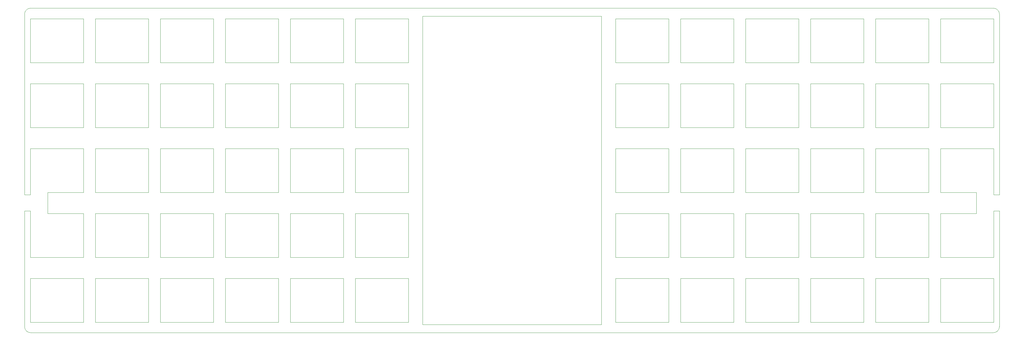
<source format=gm1>
%TF.GenerationSoftware,KiCad,Pcbnew,(6.0.0-0)*%
%TF.CreationDate,2022-01-30T09:04:34+01:00*%
%TF.ProjectId,lumberjack-alps-full,6c756d62-6572-46a6-9163-6b2d616c7073,rev?*%
%TF.SameCoordinates,Original*%
%TF.FileFunction,Profile,NP*%
%FSLAX46Y46*%
G04 Gerber Fmt 4.6, Leading zero omitted, Abs format (unit mm)*
G04 Created by KiCad (PCBNEW (6.0.0-0)) date 2022-01-30 09:04:34*
%MOMM*%
%LPD*%
G01*
G04 APERTURE LIST*
%TA.AperFunction,Profile*%
%ADD10C,0.100000*%
%TD*%
G04 APERTURE END LIST*
D10*
X63697976Y-93821644D02*
X48100723Y-93821644D01*
X67150803Y-119063000D02*
X82748056Y-119063000D01*
X-9049517Y-94535670D02*
X-9049517Y-80962840D01*
X101798136Y-112871724D02*
X86200883Y-112871724D01*
X101798136Y-131921804D02*
X86200883Y-131921804D01*
X44647896Y-74771564D02*
X29050643Y-74771564D01*
X-9049517Y-42862680D02*
X6547736Y-42862680D01*
X6547736Y-80962840D02*
X6547736Y-93821644D01*
X67150803Y-93821644D02*
X67150803Y-80962840D01*
X63697976Y-55721484D02*
X48100723Y-55721484D01*
X48100723Y-93821644D02*
X48100723Y-80962840D01*
X86200883Y-55721484D02*
X86200883Y-42862680D01*
X6547736Y-100012920D02*
X6547736Y-112871724D01*
X25597816Y-112871724D02*
X10000563Y-112871724D01*
X29050643Y-55721484D02*
X29050643Y-42862680D01*
X86200883Y-61912760D02*
X101798136Y-61912760D01*
X86200883Y-74771564D02*
X86200883Y-61912760D01*
X44647896Y-112871724D02*
X29050643Y-112871724D01*
X67150803Y-55721484D02*
X67150803Y-42862680D01*
X29050643Y-80962840D02*
X44647896Y-80962840D01*
X63697976Y-80962840D02*
X63697976Y-93821644D01*
X6547736Y-131921804D02*
X-9049517Y-131921804D01*
X67150803Y-42862680D02*
X82748056Y-42862680D01*
X10000563Y-80962840D02*
X25597816Y-80962840D01*
X25597816Y-131921804D02*
X10000563Y-131921804D01*
X44647896Y-42862680D02*
X44647896Y-55721484D01*
X101798136Y-93821644D02*
X86200883Y-93821644D01*
X63697976Y-74771564D02*
X48100723Y-74771564D01*
X82748056Y-119063000D02*
X82748056Y-131921804D01*
X-9049517Y-131921804D02*
X-9049517Y-119063000D01*
X86200883Y-80962840D02*
X101798136Y-80962840D01*
X10000563Y-61912760D02*
X25597816Y-61912760D01*
X63697976Y-61912760D02*
X63697976Y-74771564D01*
X25597816Y-74771564D02*
X10000563Y-74771564D01*
X48100723Y-100012920D02*
X63697976Y-100012920D01*
X10000563Y-93821644D02*
X10000563Y-80962840D01*
X29050643Y-61912760D02*
X44647896Y-61912760D01*
X86200883Y-93821644D02*
X86200883Y-80962840D01*
X6547736Y-112871724D02*
X-9049517Y-112871724D01*
X48100723Y-55721484D02*
X48100723Y-42862680D01*
X63697976Y-119063000D02*
X63697976Y-131921804D01*
X-9049517Y-119063000D02*
X6547736Y-119063000D01*
X29050643Y-119063000D02*
X44647896Y-119063000D01*
X-9049517Y-80962840D02*
X6547736Y-80962840D01*
X29050643Y-131921804D02*
X29050643Y-119063000D01*
X67150803Y-74771564D02*
X67150803Y-61912760D01*
X86200883Y-119063000D02*
X101798136Y-119063000D01*
X48100723Y-80962840D02*
X63697976Y-80962840D01*
X67150803Y-61912760D02*
X82748056Y-61912760D01*
X101798136Y-55721484D02*
X86200883Y-55721484D01*
X25597816Y-42862680D02*
X25597816Y-55721484D01*
X10000563Y-55721484D02*
X10000563Y-42862680D01*
X82748056Y-74771564D02*
X67150803Y-74771564D01*
X-10715671Y-99298174D02*
X-9049517Y-99298174D01*
X10000563Y-100012920D02*
X25597816Y-100012920D01*
X101798136Y-74771564D02*
X86200883Y-74771564D01*
X48100723Y-42862680D02*
X63697976Y-42862680D01*
X-9049517Y-55721484D02*
X-9049517Y-42862680D01*
X6547736Y-74771564D02*
X-9049517Y-74771564D01*
X63697976Y-100012920D02*
X63697976Y-112871724D01*
X25597816Y-119063000D02*
X25597816Y-131921804D01*
X63697976Y-112871724D02*
X48100723Y-112871724D01*
X101798136Y-61912760D02*
X101798136Y-74771564D01*
X101798136Y-80962840D02*
X101798136Y-93821644D01*
X67150803Y-100012920D02*
X82748056Y-100012920D01*
X101798136Y-100012920D02*
X101798136Y-112871724D01*
X48100723Y-112871724D02*
X48100723Y-100012920D01*
X6547736Y-119063000D02*
X6547736Y-131921804D01*
X82748056Y-112871724D02*
X67150803Y-112871724D01*
X82748056Y-55721484D02*
X67150803Y-55721484D01*
X6547736Y-93821644D02*
X-3929808Y-93821644D01*
X6547736Y-61912760D02*
X6547736Y-74771564D01*
X6547736Y-55721484D02*
X-9049517Y-55721484D01*
X82748056Y-42862680D02*
X82748056Y-55721484D01*
X82748056Y-93821644D02*
X67150803Y-93821644D01*
X82748056Y-80962840D02*
X82748056Y-93821644D01*
X44647896Y-80962840D02*
X44647896Y-93821644D01*
X25597816Y-80962840D02*
X25597816Y-93821644D01*
X10000563Y-119063000D02*
X25597816Y-119063000D01*
X29050643Y-93821644D02*
X29050643Y-80962840D01*
X63697976Y-131921804D02*
X48100723Y-131921804D01*
X48100723Y-119063000D02*
X63697976Y-119063000D01*
X25597816Y-61912760D02*
X25597816Y-74771564D01*
X44647896Y-61912760D02*
X44647896Y-74771564D01*
X44647896Y-119063000D02*
X44647896Y-131921804D01*
X-3929808Y-100012920D02*
X6547736Y-100012920D01*
X29050643Y-74771564D02*
X29050643Y-61912760D01*
X44647896Y-100012920D02*
X44647896Y-112871724D01*
X29050643Y-100012920D02*
X44647896Y-100012920D01*
X101798136Y-119063000D02*
X101798136Y-131921804D01*
X48100723Y-131921804D02*
X48100723Y-119063000D01*
X-9049517Y-112871724D02*
X-9049517Y-99298174D01*
X82748056Y-61912760D02*
X82748056Y-74771564D01*
X86200883Y-100012920D02*
X101798136Y-100012920D01*
X48100723Y-61912760D02*
X63697976Y-61912760D01*
X48100723Y-74771564D02*
X48100723Y-61912760D01*
X67150803Y-131921804D02*
X67150803Y-119063000D01*
X-9049517Y-61912760D02*
X6547736Y-61912760D01*
X10000563Y-74771564D02*
X10000563Y-61912760D01*
X-10715671Y-94535670D02*
X-9049517Y-94535670D01*
X10000563Y-42862680D02*
X25597816Y-42862680D01*
X86200883Y-112871724D02*
X86200883Y-100012920D01*
X67150803Y-80962840D02*
X82748056Y-80962840D01*
X-9049517Y-74771564D02*
X-9049517Y-61912760D01*
X-3929808Y-100012920D02*
X-3929808Y-93821644D01*
X25597816Y-55721484D02*
X10000563Y-55721484D01*
X44647896Y-55721484D02*
X29050643Y-55721484D01*
X25597816Y-93821644D02*
X10000563Y-93821644D01*
X10000563Y-112871724D02*
X10000563Y-100012920D01*
X44647896Y-131921804D02*
X29050643Y-131921804D01*
X63697976Y-42862680D02*
X63697976Y-55721484D01*
X86200883Y-131921804D02*
X86200883Y-119063000D01*
X29050643Y-42862680D02*
X44647896Y-42862680D01*
X29050643Y-112871724D02*
X29050643Y-100012920D01*
X25597816Y-100012920D02*
X25597816Y-112871724D01*
X44647896Y-93821644D02*
X29050643Y-93821644D01*
X10000563Y-131921804D02*
X10000563Y-119063000D01*
X82748056Y-100012920D02*
X82748056Y-112871724D01*
X67150803Y-112871724D02*
X67150803Y-100012920D01*
X6547736Y-42862680D02*
X6547736Y-55721484D01*
X82748056Y-131921804D02*
X67150803Y-131921804D01*
X86200883Y-42862680D02*
X101798136Y-42862680D01*
X101798136Y-42862680D02*
X101798136Y-55721484D01*
X216218408Y-93821644D02*
X200621155Y-93821644D01*
X181571075Y-119063000D02*
X197168328Y-119063000D01*
X273368648Y-80962840D02*
X273368648Y-94535670D01*
X178118248Y-112871724D02*
X162520995Y-112871724D01*
X178118248Y-131921804D02*
X162520995Y-131921804D01*
X235268488Y-74771564D02*
X219671235Y-74771564D01*
X257771395Y-42862680D02*
X273368648Y-42862680D01*
X257771395Y-93821644D02*
X257771395Y-80962840D01*
X197168328Y-80962840D02*
X197168328Y-93821644D01*
X216218408Y-55721484D02*
X200621155Y-55721484D01*
X216218408Y-80962840D02*
X216218408Y-93821644D01*
X178118248Y-42862680D02*
X178118248Y-55721484D01*
X257771395Y-112871724D02*
X257771395Y-100012920D01*
X254318568Y-112871724D02*
X238721315Y-112871724D01*
X235268488Y-42862680D02*
X235268488Y-55721484D01*
X162520995Y-61912760D02*
X178118248Y-61912760D01*
X178118248Y-61912760D02*
X178118248Y-74771564D01*
X235268488Y-112871724D02*
X219671235Y-112871724D01*
X197168328Y-42862680D02*
X197168328Y-55721484D01*
X219671235Y-80962840D02*
X235268488Y-80962840D01*
X200621155Y-93821644D02*
X200621155Y-80962840D01*
X273368648Y-131921804D02*
X257771395Y-131921804D01*
X181571075Y-42862680D02*
X197168328Y-42862680D01*
X238721315Y-80962840D02*
X254318568Y-80962840D01*
X254318568Y-131921804D02*
X238721315Y-131921804D01*
X219671235Y-55721484D02*
X219671235Y-42862680D01*
X178118248Y-93821644D02*
X162520995Y-93821644D01*
X216218408Y-74771564D02*
X200621155Y-74771564D01*
X181571075Y-131921804D02*
X181571075Y-119063000D01*
X273368648Y-119063000D02*
X273368648Y-131921804D01*
X162520995Y-80962840D02*
X178118248Y-80962840D01*
X238721315Y-61912760D02*
X254318568Y-61912760D01*
X200621155Y-74771564D02*
X200621155Y-61912760D01*
X254318568Y-74771564D02*
X238721315Y-74771564D01*
X200621155Y-100012920D02*
X216218408Y-100012920D01*
X254318568Y-80962840D02*
X254318568Y-93821644D01*
X219671235Y-61912760D02*
X235268488Y-61912760D01*
X178118248Y-80962840D02*
X178118248Y-93821644D01*
X273368648Y-112871724D02*
X257771395Y-112871724D01*
X216218408Y-42862680D02*
X216218408Y-55721484D01*
X200621155Y-131921804D02*
X200621155Y-119063000D01*
X257771395Y-119063000D02*
X273368648Y-119063000D01*
X219671235Y-119063000D02*
X235268488Y-119063000D01*
X257771395Y-80962840D02*
X273368648Y-80962840D01*
X235268488Y-119063000D02*
X235268488Y-131921804D01*
X197168328Y-61912760D02*
X197168328Y-74771564D01*
X162520995Y-119063000D02*
X178118248Y-119063000D01*
X200621155Y-80962840D02*
X216218408Y-80962840D01*
X181571075Y-61912760D02*
X197168328Y-61912760D01*
X178118248Y-55721484D02*
X162520995Y-55721484D01*
X238721315Y-55721484D02*
X238721315Y-42862680D01*
X254318568Y-42862680D02*
X254318568Y-55721484D01*
X197168328Y-74771564D02*
X181571075Y-74771564D01*
X273368648Y-99298174D02*
X275034802Y-99298174D01*
X238721315Y-100012920D02*
X254318568Y-100012920D01*
X178118248Y-74771564D02*
X162520995Y-74771564D01*
X200621155Y-42862680D02*
X216218408Y-42862680D01*
X273368648Y-42862680D02*
X273368648Y-55721484D01*
X273368648Y-74771564D02*
X257771395Y-74771564D01*
X200621155Y-112871724D02*
X200621155Y-100012920D01*
X238721315Y-131921804D02*
X238721315Y-119063000D01*
X216218408Y-112871724D02*
X200621155Y-112871724D01*
X162520995Y-74771564D02*
X162520995Y-61912760D01*
X162520995Y-93821644D02*
X162520995Y-80962840D01*
X181571075Y-100012920D02*
X197168328Y-100012920D01*
X162520995Y-112871724D02*
X162520995Y-100012920D01*
X216218408Y-100012920D02*
X216218408Y-112871724D01*
X257771395Y-131921804D02*
X257771395Y-119063000D01*
X197168328Y-112871724D02*
X181571075Y-112871724D01*
X197168328Y-55721484D02*
X181571075Y-55721484D01*
X268248939Y-93821644D02*
X257771395Y-93821644D01*
X257771395Y-74771564D02*
X257771395Y-61912760D01*
X273368648Y-55721484D02*
X257771395Y-55721484D01*
X181571075Y-55721484D02*
X181571075Y-42862680D01*
X197168328Y-93821644D02*
X181571075Y-93821644D01*
X181571075Y-93821644D02*
X181571075Y-80962840D01*
X219671235Y-93821644D02*
X219671235Y-80962840D01*
X238721315Y-93821644D02*
X238721315Y-80962840D01*
X238721315Y-119063000D02*
X254318568Y-119063000D01*
X235268488Y-80962840D02*
X235268488Y-93821644D01*
X216218408Y-131921804D02*
X200621155Y-131921804D01*
X200621155Y-119063000D02*
X216218408Y-119063000D01*
X238721315Y-74771564D02*
X238721315Y-61912760D01*
X219671235Y-74771564D02*
X219671235Y-61912760D01*
X219671235Y-131921804D02*
X219671235Y-119063000D01*
X257771395Y-100012920D02*
X268248939Y-100012920D01*
X235268488Y-61912760D02*
X235268488Y-74771564D01*
X219671235Y-112871724D02*
X219671235Y-100012920D01*
X219671235Y-100012920D02*
X235268488Y-100012920D01*
X162520995Y-131921804D02*
X162520995Y-119063000D01*
X216218408Y-119063000D02*
X216218408Y-131921804D01*
X273368648Y-99298174D02*
X273368648Y-112871724D01*
X181571075Y-74771564D02*
X181571075Y-61912760D01*
X162520995Y-100012920D02*
X178118248Y-100012920D01*
X200621155Y-61912760D02*
X216218408Y-61912760D01*
X216218408Y-61912760D02*
X216218408Y-74771564D01*
X197168328Y-119063000D02*
X197168328Y-131921804D01*
X257771395Y-61912760D02*
X273368648Y-61912760D01*
X254318568Y-61912760D02*
X254318568Y-74771564D01*
X273368648Y-94535670D02*
X275034802Y-94535670D01*
X238721315Y-42862680D02*
X254318568Y-42862680D01*
X178118248Y-100012920D02*
X178118248Y-112871724D01*
X181571075Y-80962840D02*
X197168328Y-80962840D01*
X273368648Y-61912760D02*
X273368648Y-74771564D01*
X268248939Y-93821644D02*
X268248939Y-100012920D01*
X254318568Y-55721484D02*
X238721315Y-55721484D01*
X235268488Y-55721484D02*
X219671235Y-55721484D01*
X254318568Y-93821644D02*
X238721315Y-93821644D01*
X254318568Y-100012920D02*
X254318568Y-112871724D01*
X235268488Y-131921804D02*
X219671235Y-131921804D01*
X200621155Y-55721484D02*
X200621155Y-42862680D01*
X178118248Y-119063000D02*
X178118248Y-131921804D01*
X219671235Y-42862680D02*
X235268488Y-42862680D01*
X235268488Y-100012920D02*
X235268488Y-112871724D01*
X238721315Y-112871724D02*
X238721315Y-100012920D01*
X235268488Y-93821644D02*
X219671235Y-93821644D01*
X254318568Y-119063000D02*
X254318568Y-131921804D01*
X181571075Y-112871724D02*
X181571075Y-100012920D01*
X197168328Y-100012920D02*
X197168328Y-112871724D01*
X257771395Y-55721484D02*
X257771395Y-42862680D01*
X197168328Y-131921804D02*
X181571075Y-131921804D01*
X162520995Y-42862680D02*
X178118248Y-42862680D01*
X162520995Y-55721484D02*
X162520995Y-42862680D01*
X275034557Y-99298217D02*
X275034557Y-133231058D01*
X-8929868Y-135016997D02*
X273248618Y-135016997D01*
X-8929868Y-39766917D02*
G75*
G03*
X-10715807Y-41552856I-1J-1785938D01*
G01*
X-10715807Y-133231058D02*
G75*
G03*
X-8929868Y-135016997I1785938J-1D01*
G01*
X-10715807Y-41552856D02*
X-10715807Y-94535713D01*
X-10715807Y-99298217D02*
X-10715807Y-133231058D01*
X158353790Y-42148332D02*
X105965625Y-42148125D01*
X275034557Y-41552856D02*
G75*
G03*
X273248618Y-39766917I-1785938J1D01*
G01*
X105965625Y-42148125D02*
X105965625Y-132635625D01*
X105965625Y-132635625D02*
X158353790Y-132635832D01*
X273248618Y-39766917D02*
X-8929868Y-39766917D01*
X275034557Y-41552856D02*
X275034557Y-94535713D01*
X273248618Y-135016997D02*
G75*
G03*
X275034557Y-133231058I1J1785938D01*
G01*
X158353790Y-42148332D02*
X158353790Y-132635832D01*
M02*

</source>
